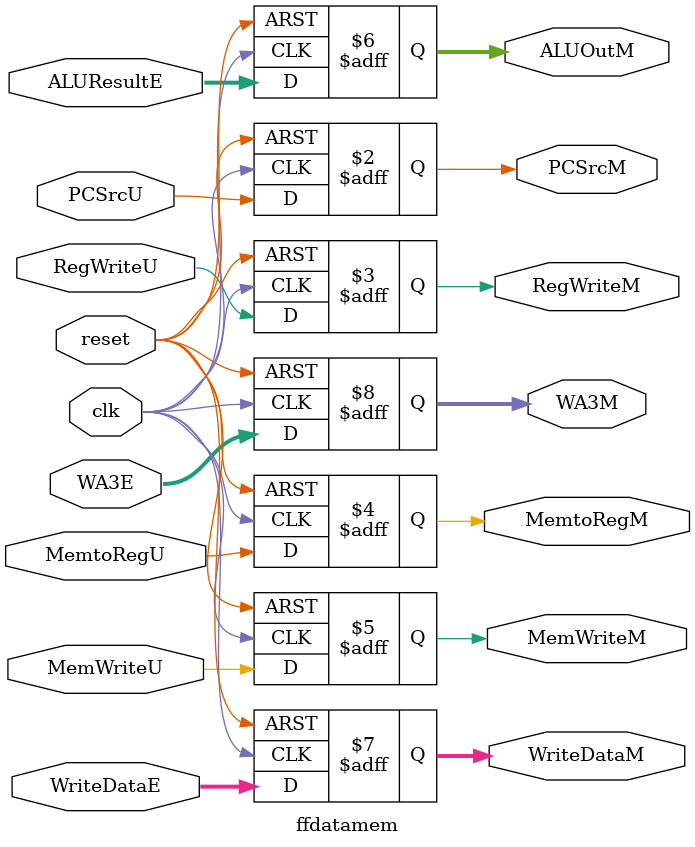
<source format=sv>
module ffdatamem #(parameter WIDTH = 32) (
			input logic clk, reset,
			input logic 				PCSrcU,
			input logic 				RegWriteU,
			input logic 		 		MemtoRegU,
			input logic 				MemWriteU,
			input logic [WIDTH-1:0] ALUResultE,
			input logic [WIDTH-1:0]	WriteDataE,
			input logic [3:0]		 	WA3E,
			
			output logic 				PCSrcM,
			output logic 				RegWriteM,
			output logic 		 		MemtoRegM,
			output logic 				MemWriteM,
			output logic [WIDTH-1:0] ALUOutM,
			output logic [WIDTH-1:0] WriteDataM,
			output logic [3:0]		 	WA3M);

	always_ff @(posedge clk, posedge reset)
		if (reset) begin
			PCSrcM 		<= 0;
			RegWriteM 	<= 0;
			MemtoRegM	<= 0;
			MemWriteM	<= 0;
			ALUOutM		<= 0;
			WriteDataM	<= 0;
			WA3M			<= 0;
			
		end
		else begin
			PCSrcM 		<= PCSrcU;
			RegWriteM 	<= RegWriteU;
			MemtoRegM	<= MemtoRegU;
			MemWriteM	<= MemWriteU;
			ALUOutM		<= ALUResultE;
			WriteDataM	<= WriteDataE;
			WA3M			<= WA3E;
		end
			
endmodule
</source>
